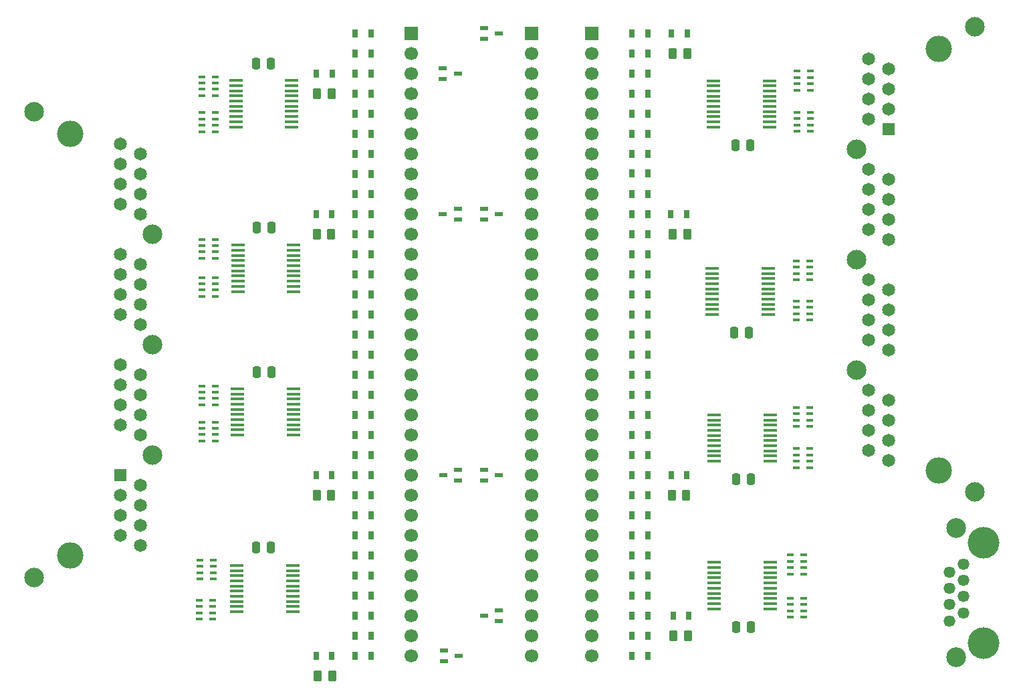
<source format=gts>
%TF.GenerationSoftware,KiCad,Pcbnew,9.0.2*%
%TF.CreationDate,2025-08-22T10:20:50+02:00*%
%TF.ProjectId,HCP65 64 Pin Tester,48435036-3520-4363-9420-50696e205465,V1*%
%TF.SameCoordinates,Original*%
%TF.FileFunction,Soldermask,Top*%
%TF.FilePolarity,Negative*%
%FSLAX46Y46*%
G04 Gerber Fmt 4.6, Leading zero omitted, Abs format (unit mm)*
G04 Created by KiCad (PCBNEW 9.0.2) date 2025-08-22 10:20:50*
%MOMM*%
%LPD*%
G01*
G04 APERTURE LIST*
G04 Aperture macros list*
%AMRoundRect*
0 Rectangle with rounded corners*
0 $1 Rounding radius*
0 $2 $3 $4 $5 $6 $7 $8 $9 X,Y pos of 4 corners*
0 Add a 4 corners polygon primitive as box body*
4,1,4,$2,$3,$4,$5,$6,$7,$8,$9,$2,$3,0*
0 Add four circle primitives for the rounded corners*
1,1,$1+$1,$2,$3*
1,1,$1+$1,$4,$5*
1,1,$1+$1,$6,$7*
1,1,$1+$1,$8,$9*
0 Add four rect primitives between the rounded corners*
20,1,$1+$1,$2,$3,$4,$5,0*
20,1,$1+$1,$4,$5,$6,$7,0*
20,1,$1+$1,$6,$7,$8,$9,0*
20,1,$1+$1,$8,$9,$2,$3,0*%
G04 Aperture macros list end*
%ADD10R,0.800000X1.000000*%
%ADD11R,0.900000X0.450000*%
%ADD12C,4.000000*%
%ADD13C,1.470000*%
%ADD14C,2.500000*%
%ADD15RoundRect,0.250000X-0.262500X-0.450000X0.262500X-0.450000X0.262500X0.450000X-0.262500X0.450000X0*%
%ADD16R,1.800000X0.450000*%
%ADD17RoundRect,0.250000X-0.250000X-0.475000X0.250000X-0.475000X0.250000X0.475000X-0.250000X0.475000X0*%
%ADD18R,1.000000X0.550000*%
%ADD19RoundRect,0.250000X0.250000X0.475000X-0.250000X0.475000X-0.250000X-0.475000X0.250000X-0.475000X0*%
%ADD20C,3.330000*%
%ADD21R,1.650000X1.650000*%
%ADD22C,1.650000*%
%ADD23C,2.475000*%
%ADD24R,1.700000X1.700000*%
%ADD25C,1.700000*%
G04 APERTURE END LIST*
D10*
%TO.C,LED56*%
X67310000Y-24130000D03*
X65309999Y-24130000D03*
%TD*%
%TO.C,LED36*%
X30258000Y-57150000D03*
X32258001Y-57150000D03*
%TD*%
%TO.C,LED4*%
X72244500Y-41910000D03*
X70244499Y-41910000D03*
%TD*%
D11*
%TO.C,RN15*%
X85354000Y-52015000D03*
X85354000Y-52815000D03*
X85354000Y-53615000D03*
X85354000Y-54415000D03*
X87054000Y-54415000D03*
X87054000Y-53615000D03*
X87054000Y-52815000D03*
X87054000Y-52015000D03*
%TD*%
D10*
%TO.C,LED39*%
X30258000Y-64770000D03*
X32258001Y-64770000D03*
%TD*%
D12*
%TO.C,J2*%
X109776300Y-63119000D03*
X109776300Y-50419000D03*
D13*
X107236300Y-53189000D03*
X105456300Y-54209000D03*
X107236300Y-55229000D03*
X105456300Y-56249000D03*
X107236300Y-57269000D03*
X105456300Y-58289000D03*
X107236300Y-59309000D03*
X105456300Y-60329000D03*
D14*
X106346300Y-48639000D03*
X106346300Y-64899000D03*
%TD*%
D10*
%TO.C,LED25*%
X30242000Y-41910000D03*
X32242001Y-41910000D03*
%TD*%
%TO.C,LED29*%
X30242000Y-31750000D03*
X32242001Y-31750000D03*
%TD*%
%TO.C,LED19*%
X30242000Y-16510000D03*
X32242001Y-16510000D03*
%TD*%
D15*
%TO.C,R1*%
X25406000Y6360000D03*
X27231000Y6360000D03*
%TD*%
D10*
%TO.C,LED58*%
X67310000Y-29210000D03*
X65309999Y-29210000D03*
%TD*%
%TO.C,LED12*%
X30242000Y6350000D03*
X32242001Y6350000D03*
%TD*%
D15*
%TO.C,R11*%
X70559000Y-62220000D03*
X72384000Y-62220000D03*
%TD*%
D10*
%TO.C,LED71*%
X67310000Y-62230000D03*
X65309999Y-62230000D03*
%TD*%
%TO.C,LED14*%
X30242000Y11430000D03*
X32242001Y11430000D03*
%TD*%
%TO.C,LED5*%
X25275500Y-64770000D03*
X27275501Y-64770000D03*
%TD*%
%TO.C,LED46*%
X67310000Y-1270000D03*
X65309999Y-1270000D03*
%TD*%
%TO.C,LED20*%
X30242000Y-13970000D03*
X32242001Y-13970000D03*
%TD*%
D11*
%TO.C,RN16*%
X85354000Y-57476000D03*
X85354000Y-58276000D03*
X85354000Y-59076000D03*
X85354000Y-59876000D03*
X87054000Y-59876000D03*
X87054000Y-59076000D03*
X87054000Y-58276000D03*
X87054000Y-57476000D03*
%TD*%
D10*
%TO.C,LED1*%
X25305000Y8890000D03*
X27305001Y8890000D03*
%TD*%
%TO.C,LED68*%
X67310000Y-54610000D03*
X65309999Y-54610000D03*
%TD*%
D16*
%TO.C,IC4*%
X15240000Y-53332000D03*
X15240000Y-53982000D03*
X15239999Y-54632000D03*
X15240000Y-55282000D03*
X15240000Y-55932000D03*
X15240000Y-56582000D03*
X15240000Y-57232000D03*
X15239999Y-57882000D03*
X15240000Y-58532000D03*
X15240000Y-59182000D03*
X22340000Y-59182000D03*
X22340000Y-58532000D03*
X22340001Y-57882000D03*
X22340000Y-57232000D03*
X22340000Y-56582000D03*
X22340000Y-55932000D03*
X22340000Y-55282000D03*
X22340001Y-54632000D03*
X22340000Y-53982000D03*
X22340000Y-53332000D03*
%TD*%
D10*
%TO.C,LED30*%
X30242000Y-29210000D03*
X32242001Y-29210000D03*
%TD*%
D16*
%TO.C,IC6*%
X82544000Y-21598000D03*
X82544000Y-20948000D03*
X82544000Y-20298000D03*
X82544000Y-19648000D03*
X82544000Y-18998000D03*
X82544000Y-18348000D03*
X82544000Y-17698000D03*
X82544000Y-17048000D03*
X82544000Y-16398000D03*
X82544000Y-15748000D03*
X75444000Y-15748000D03*
X75444000Y-16398000D03*
X75444000Y-17048000D03*
X75444000Y-17698000D03*
X75444000Y-18348000D03*
X75444000Y-18998000D03*
X75444000Y-19648000D03*
X75444000Y-20298000D03*
X75444000Y-20948000D03*
X75444000Y-21598000D03*
%TD*%
D10*
%TO.C,LED55*%
X67310000Y-21590000D03*
X65309999Y-21590000D03*
%TD*%
D11*
%TO.C,RN1*%
X12569000Y1542000D03*
X12569000Y2342000D03*
X12569000Y3142000D03*
X12569000Y3942000D03*
X10869000Y3942000D03*
X10869000Y3142000D03*
X10869000Y2342000D03*
X10869000Y1542000D03*
%TD*%
D10*
%TO.C,LED67*%
X67310000Y-52070000D03*
X65309999Y-52070000D03*
%TD*%
D17*
%TO.C,C8*%
X78486000Y-61087000D03*
X80386000Y-61087000D03*
%TD*%
D10*
%TO.C,LED57*%
X67310000Y-26670000D03*
X65309999Y-26670000D03*
%TD*%
%TO.C,LED27*%
X30242000Y-36830000D03*
X32242001Y-36830000D03*
%TD*%
%TO.C,LED69*%
X67310000Y-57150000D03*
X65309999Y-57150000D03*
%TD*%
%TO.C,LED72*%
X67310000Y-64770000D03*
X65309999Y-64770000D03*
%TD*%
D18*
%TO.C,D5*%
X41468000Y-64120000D03*
X41468000Y-65420000D03*
X43367999Y-64770000D03*
%TD*%
D10*
%TO.C,LED22*%
X30242000Y-8890000D03*
X32242001Y-8890000D03*
%TD*%
%TO.C,LED65*%
X67310000Y-46990000D03*
X65309999Y-46990000D03*
%TD*%
%TO.C,LED63*%
X67310000Y-41910000D03*
X65309999Y-41910000D03*
%TD*%
%TO.C,LED9*%
X30242000Y-1270000D03*
X32242001Y-1270000D03*
%TD*%
D15*
%TO.C,R7*%
X25376500Y-44440000D03*
X27201500Y-44440000D03*
%TD*%
D10*
%TO.C,LED8*%
X25275500Y-41910000D03*
X27275501Y-41910000D03*
%TD*%
%TO.C,LED34*%
X30258000Y-52070000D03*
X32258001Y-52070000D03*
%TD*%
D11*
%TO.C,RN3*%
X12182000Y-60128000D03*
X12182000Y-59328000D03*
X12182000Y-58528000D03*
X12182000Y-57728000D03*
X10482000Y-57728000D03*
X10482000Y-58528000D03*
X10482000Y-59328000D03*
X10482000Y-60128000D03*
%TD*%
%TO.C,RN12*%
X86116000Y-19882000D03*
X86116000Y-20682000D03*
X86116000Y-21482000D03*
X86116000Y-22282000D03*
X87816000Y-22282000D03*
X87816000Y-21482000D03*
X87816000Y-20682000D03*
X87816000Y-19882000D03*
%TD*%
D10*
%TO.C,LED26*%
X30242000Y-39370000D03*
X32242001Y-39370000D03*
%TD*%
D16*
%TO.C,IC8*%
X82798000Y-58805000D03*
X82798000Y-58155000D03*
X82798000Y-57505000D03*
X82798000Y-56855000D03*
X82798000Y-56205000D03*
X82798000Y-55555000D03*
X82798000Y-54905000D03*
X82798000Y-54255000D03*
X82798000Y-53605000D03*
X82798000Y-52955000D03*
X75698000Y-52955000D03*
X75698000Y-53605000D03*
X75698000Y-54255000D03*
X75698000Y-54905000D03*
X75698000Y-55555000D03*
X75698000Y-56205000D03*
X75698000Y-56855000D03*
X75698000Y-57505000D03*
X75698000Y-58155000D03*
X75698000Y-58805000D03*
%TD*%
D10*
%TO.C,LED13*%
X30242000Y8890000D03*
X32242001Y8890000D03*
%TD*%
%TO.C,LED61*%
X67310000Y-36830000D03*
X65309999Y-36830000D03*
%TD*%
%TO.C,LED21*%
X30242000Y-11430000D03*
X32242001Y-11430000D03*
%TD*%
%TO.C,LED15*%
X30242000Y13970000D03*
X32242001Y13970000D03*
%TD*%
%TO.C,LED43*%
X67310000Y6350000D03*
X65309999Y6350000D03*
%TD*%
D19*
%TO.C,C4*%
X19680000Y-28829000D03*
X17780000Y-28829000D03*
%TD*%
D10*
%TO.C,LED16*%
X30242000Y-24130000D03*
X32242001Y-24130000D03*
%TD*%
D16*
%TO.C,IC7*%
X82804000Y-40140000D03*
X82804000Y-39490000D03*
X82804000Y-38840000D03*
X82804000Y-38190000D03*
X82804000Y-37540000D03*
X82804000Y-36890000D03*
X82804000Y-36240000D03*
X82804000Y-35590000D03*
X82804000Y-34940000D03*
X82804000Y-34290000D03*
X75704000Y-34290000D03*
X75704000Y-34940000D03*
X75704000Y-35590000D03*
X75704000Y-36240000D03*
X75704000Y-36890000D03*
X75704000Y-37540000D03*
X75704000Y-38190000D03*
X75704000Y-38840000D03*
X75704000Y-39490000D03*
X75704000Y-40140000D03*
%TD*%
D10*
%TO.C,LED3*%
X72207500Y-8890000D03*
X70207499Y-8890000D03*
%TD*%
D19*
%TO.C,C2*%
X19553000Y-51054000D03*
X17653000Y-51054000D03*
%TD*%
D18*
%TO.C,D1*%
X41341000Y9540000D03*
X41341000Y8240000D03*
X43240999Y8890000D03*
%TD*%
D11*
%TO.C,RN6*%
X12563000Y-14465000D03*
X12563000Y-13665000D03*
X12563000Y-12865000D03*
X12563000Y-12065000D03*
X10863000Y-12065000D03*
X10863000Y-12865000D03*
X10863000Y-13665000D03*
X10863000Y-14465000D03*
%TD*%
%TO.C,RN14*%
X86116000Y-38551000D03*
X86116000Y-39351000D03*
X86116000Y-40151000D03*
X86116000Y-40951000D03*
X87816000Y-40951000D03*
X87816000Y-40151000D03*
X87816000Y-39351000D03*
X87816000Y-38551000D03*
%TD*%
D16*
%TO.C,IC1*%
X15113000Y8009000D03*
X15113000Y7359000D03*
X15112999Y6709000D03*
X15113000Y6059000D03*
X15113000Y5409000D03*
X15113000Y4759000D03*
X15113000Y4109000D03*
X15112999Y3459000D03*
X15113000Y2809000D03*
X15113000Y2159000D03*
X22213000Y2159000D03*
X22213000Y2809000D03*
X22213001Y3459000D03*
X22213000Y4109000D03*
X22213000Y4759000D03*
X22213000Y5409000D03*
X22213000Y6059000D03*
X22213001Y6709000D03*
X22213000Y7359000D03*
X22213000Y8009000D03*
%TD*%
D19*
%TO.C,C5*%
X19680000Y-10598000D03*
X17780000Y-10598000D03*
%TD*%
D16*
%TO.C,IC3*%
X15305000Y-30980000D03*
X15305000Y-31630000D03*
X15304999Y-32280000D03*
X15305000Y-32930000D03*
X15305000Y-33580000D03*
X15305000Y-34230000D03*
X15305000Y-34880000D03*
X15304999Y-35530000D03*
X15305000Y-36180000D03*
X15305000Y-36830000D03*
X22405000Y-36830000D03*
X22405000Y-36180000D03*
X22405001Y-35530000D03*
X22405000Y-34880000D03*
X22405000Y-34230000D03*
X22405000Y-33580000D03*
X22405000Y-32930000D03*
X22405001Y-32280000D03*
X22405000Y-31630000D03*
X22405000Y-30980000D03*
%TD*%
D10*
%TO.C,LED6*%
X72260500Y13970000D03*
X70260499Y13970000D03*
%TD*%
D11*
%TO.C,RN9*%
X12495000Y-33007000D03*
X12495000Y-32207000D03*
X12495000Y-31407000D03*
X12495000Y-30607000D03*
X10795000Y-30607000D03*
X10795000Y-31407000D03*
X10795000Y-32207000D03*
X10795000Y-33007000D03*
%TD*%
D10*
%TO.C,LED17*%
X30242000Y-21590000D03*
X32242001Y-21590000D03*
%TD*%
%TO.C,LED18*%
X30242000Y-19050000D03*
X32242001Y-19050000D03*
%TD*%
D17*
%TO.C,C7*%
X78441000Y-42418000D03*
X80341000Y-42418000D03*
%TD*%
D19*
%TO.C,C1*%
X19553000Y10160000D03*
X17653000Y10160000D03*
%TD*%
D20*
%TO.C,J1*%
X-5842000Y1270000D03*
X-5842000Y-52070000D03*
D21*
X508000Y-41910000D03*
D22*
X3048000Y-43180000D03*
X508000Y-44450000D03*
X3048000Y-45720000D03*
X508000Y-46990000D03*
X3048000Y-48260000D03*
X508000Y-49530000D03*
X3048000Y-50800000D03*
X508000Y-27940000D03*
X3048000Y-29210000D03*
X508000Y-30480000D03*
X3048000Y-31750000D03*
X508000Y-33020000D03*
X3048000Y-34290000D03*
X508000Y-35560000D03*
X3048000Y-36830000D03*
X508000Y-13970000D03*
X3048000Y-15240000D03*
X508000Y-16510000D03*
X3048000Y-17780000D03*
X508000Y-19050000D03*
X3048000Y-20320000D03*
X508000Y-21590000D03*
X3048000Y-22860000D03*
X508000Y0D03*
X3048000Y-1270000D03*
X508000Y-2540000D03*
X3048000Y-3810000D03*
X508000Y-5080000D03*
X3048000Y-6350000D03*
X508000Y-7620000D03*
X3048000Y-8890000D03*
D23*
X-10412000Y4060000D03*
X4568000Y-11430000D03*
X4568000Y-25400000D03*
X4568000Y-39370000D03*
X-10412000Y-54860000D03*
%TD*%
D10*
%TO.C,LED37*%
X30258000Y-59690000D03*
X32258001Y-59690000D03*
%TD*%
%TO.C,LED62*%
X67310000Y-39370000D03*
X65309999Y-39370000D03*
%TD*%
%TO.C,LED31*%
X30242000Y-26670000D03*
X32242001Y-26670000D03*
%TD*%
D11*
%TO.C,RN2*%
X12569000Y6109000D03*
X12569000Y6909000D03*
X12569000Y7709000D03*
X12569000Y8509000D03*
X10869000Y8509000D03*
X10869000Y7709000D03*
X10869000Y6909000D03*
X10869000Y6109000D03*
%TD*%
D10*
%TO.C,LED42*%
X67310000Y8890000D03*
X65309999Y8890000D03*
%TD*%
%TO.C,LED60*%
X67310000Y-34290000D03*
X65309999Y-34290000D03*
%TD*%
D18*
%TO.C,D8*%
X43302000Y-42560000D03*
X43302000Y-41260000D03*
X41402001Y-41910000D03*
%TD*%
D10*
%TO.C,LED44*%
X67294000Y3810000D03*
X65293999Y3810000D03*
%TD*%
D15*
%TO.C,R4*%
X25503500Y-67300000D03*
X27328500Y-67300000D03*
%TD*%
D17*
%TO.C,C3*%
X78359000Y-127000D03*
X80259000Y-127000D03*
%TD*%
D24*
%TO.C,J8*%
X37338000Y13970000D03*
D25*
X37338000Y11430000D03*
X37338000Y8890000D03*
X37338000Y6350000D03*
X37338000Y3810000D03*
X37338000Y1270000D03*
X37338000Y-1270000D03*
X37338000Y-3810000D03*
X37338000Y-6350000D03*
X37338000Y-8890000D03*
X37338000Y-11430000D03*
X37338000Y-13970000D03*
X37338000Y-16510000D03*
X37338000Y-19050000D03*
X37338000Y-21590000D03*
X37338000Y-24130000D03*
X37338000Y-26670000D03*
X37338000Y-29210000D03*
X37338000Y-31750000D03*
X37338000Y-34290000D03*
X37338000Y-36830000D03*
X37338000Y-39370000D03*
X37338000Y-41910000D03*
X37338000Y-44450000D03*
X37338000Y-46990000D03*
X37338000Y-49530000D03*
X37338000Y-52070000D03*
X37338000Y-54610000D03*
X37338000Y-57150000D03*
X37338000Y-59690000D03*
X37338000Y-62230000D03*
X37338000Y-64770000D03*
%TD*%
D18*
%TO.C,D7*%
X43241000Y-9540000D03*
X43241000Y-8240000D03*
X41341001Y-8890000D03*
%TD*%
D10*
%TO.C,LED7*%
X25275500Y-8890000D03*
X27275501Y-8890000D03*
%TD*%
%TO.C,LED23*%
X30242000Y-6350000D03*
X32242001Y-6350000D03*
%TD*%
%TO.C,LED53*%
X67310000Y-16510000D03*
X65309999Y-16510000D03*
%TD*%
%TO.C,LED24*%
X30242000Y-44450000D03*
X32242001Y-44450000D03*
%TD*%
%TO.C,LED52*%
X67310000Y-13970000D03*
X65309999Y-13970000D03*
%TD*%
D18*
%TO.C,D6*%
X46548000Y14620000D03*
X46548000Y13320000D03*
X48447999Y13970000D03*
%TD*%
D10*
%TO.C,LED35*%
X30258000Y-54610000D03*
X32258001Y-54610000D03*
%TD*%
%TO.C,LED10*%
X30242000Y1270000D03*
X32242001Y1270000D03*
%TD*%
D11*
%TO.C,RN4*%
X12309000Y-55048000D03*
X12309000Y-54248000D03*
X12309000Y-53448000D03*
X12309000Y-52648000D03*
X10609000Y-52648000D03*
X10609000Y-53448000D03*
X10609000Y-54248000D03*
X10609000Y-55048000D03*
%TD*%
D24*
%TO.C,J3*%
X52578000Y13970000D03*
D25*
X52578000Y11430000D03*
X52578000Y8890000D03*
X52578000Y6350000D03*
X52578000Y3810000D03*
X52578000Y1270000D03*
X52578000Y-1270000D03*
X52578000Y-3810000D03*
X52578000Y-6350000D03*
X52578000Y-8890000D03*
X52578000Y-11430000D03*
X52578000Y-13970000D03*
X52578000Y-16510000D03*
X52578000Y-19050000D03*
X52578000Y-21590000D03*
X52578000Y-24130000D03*
X52578000Y-26670000D03*
X52578000Y-29210000D03*
X52578000Y-31750000D03*
X52578000Y-34290000D03*
X52578000Y-36830000D03*
X52578000Y-39370000D03*
X52578000Y-41910000D03*
X52578000Y-44450000D03*
X52578000Y-46990000D03*
X52578000Y-49530000D03*
X52578000Y-52070000D03*
X52578000Y-54610000D03*
X52578000Y-57150000D03*
X52578000Y-59690000D03*
X52578000Y-62230000D03*
X52578000Y-64770000D03*
%TD*%
D10*
%TO.C,LED59*%
X67310000Y-31750000D03*
X65309999Y-31750000D03*
%TD*%
%TO.C,LED47*%
X67310000Y-3683000D03*
X65309999Y-3683000D03*
%TD*%
D11*
%TO.C,RN10*%
X12495000Y-37579000D03*
X12495000Y-36779000D03*
X12495000Y-35979000D03*
X12495000Y-35179000D03*
X10795000Y-35179000D03*
X10795000Y-35979000D03*
X10795000Y-36779000D03*
X10795000Y-37579000D03*
%TD*%
D10*
%TO.C,LED50*%
X67310000Y-8890000D03*
X65309999Y-8890000D03*
%TD*%
%TO.C,LED33*%
X30258000Y-49530000D03*
X32258001Y-49530000D03*
%TD*%
D11*
%TO.C,RN5*%
X12563000Y-19291000D03*
X12563000Y-18491000D03*
X12563000Y-17691000D03*
X12563000Y-16891000D03*
X10863000Y-16891000D03*
X10863000Y-17691000D03*
X10863000Y-18491000D03*
X10863000Y-19291000D03*
%TD*%
D10*
%TO.C,LED32*%
X30258000Y-46990000D03*
X32258001Y-46990000D03*
%TD*%
%TO.C,LED64*%
X67310000Y-44450000D03*
X65309999Y-44450000D03*
%TD*%
%TO.C,LED51*%
X67310000Y-11430000D03*
X65309999Y-11430000D03*
%TD*%
D18*
%TO.C,D4*%
X46548000Y-41260000D03*
X46548000Y-42560000D03*
X48447999Y-41910000D03*
%TD*%
D17*
%TO.C,C6*%
X78232000Y-23876000D03*
X80132000Y-23876000D03*
%TD*%
D20*
%TO.C,J4*%
X104140000Y-41275000D03*
X104140000Y12065000D03*
D21*
X97790000Y1905000D03*
D22*
X95250000Y3175000D03*
X97790000Y4445000D03*
X95250000Y5715000D03*
X97790000Y6985000D03*
X95250000Y8255000D03*
X97790000Y9525000D03*
X95250000Y10795000D03*
X97790000Y-12065000D03*
X95250000Y-10795000D03*
X97790000Y-9525000D03*
X95250000Y-8255000D03*
X97790000Y-6985000D03*
X95250000Y-5715000D03*
X97790000Y-4445000D03*
X95250000Y-3175000D03*
X97790000Y-26035000D03*
X95250000Y-24765000D03*
X97790000Y-23495000D03*
X95250000Y-22225000D03*
X97790000Y-20955000D03*
X95250000Y-19685000D03*
X97790000Y-18415000D03*
X95250000Y-17145000D03*
X97790000Y-40005000D03*
X95250000Y-38735000D03*
X97790000Y-37465000D03*
X95250000Y-36195000D03*
X97790000Y-34925000D03*
X95250000Y-33655000D03*
X97790000Y-32385000D03*
X95250000Y-31115000D03*
D23*
X108710000Y-44065000D03*
X93730000Y-28575000D03*
X93730000Y-14605000D03*
X93730000Y-635000D03*
X108710000Y14855000D03*
%TD*%
D10*
%TO.C,LED66*%
X67310000Y-49530000D03*
X65309999Y-49530000D03*
%TD*%
D18*
%TO.C,D3*%
X46548000Y-8240000D03*
X46548000Y-9540000D03*
X48447999Y-8890000D03*
%TD*%
D10*
%TO.C,LED54*%
X67310000Y-19050000D03*
X65309999Y-19050000D03*
%TD*%
D24*
%TO.C,J9*%
X60198000Y13970000D03*
D25*
X60198000Y11430000D03*
X60198000Y8890000D03*
X60198000Y6350000D03*
X60198000Y3810000D03*
X60198000Y1270000D03*
X60198000Y-1270000D03*
X60198000Y-3810000D03*
X60198000Y-6350000D03*
X60198000Y-8890000D03*
X60198000Y-11430000D03*
X60198000Y-13970000D03*
X60198000Y-16510000D03*
X60198000Y-19050000D03*
X60198000Y-21590000D03*
X60198000Y-24130000D03*
X60198000Y-26670000D03*
X60198000Y-29210000D03*
X60198000Y-31750000D03*
X60198000Y-34290000D03*
X60198000Y-36830000D03*
X60198000Y-39370000D03*
X60198000Y-41910000D03*
X60198000Y-44450000D03*
X60198000Y-46990000D03*
X60198000Y-49530000D03*
X60198000Y-52070000D03*
X60198000Y-54610000D03*
X60198000Y-57150000D03*
X60198000Y-59690000D03*
X60198000Y-62230000D03*
X60198000Y-64770000D03*
%TD*%
D10*
%TO.C,LED28*%
X30242000Y-34290000D03*
X32242001Y-34290000D03*
%TD*%
D11*
%TO.C,RN7*%
X86161000Y9201000D03*
X86161000Y8401000D03*
X86161000Y7601000D03*
X86161000Y6801000D03*
X87861000Y6801000D03*
X87861000Y7601000D03*
X87861000Y8401000D03*
X87861000Y9201000D03*
%TD*%
D10*
%TO.C,LED11*%
X30242000Y3810000D03*
X32242001Y3810000D03*
%TD*%
%TO.C,LED70*%
X67310000Y-59690000D03*
X65309999Y-59690000D03*
%TD*%
%TO.C,LED45*%
X67310000Y1270000D03*
X65309999Y1270000D03*
%TD*%
%TO.C,LED2*%
X72485000Y-59690000D03*
X70484999Y-59690000D03*
%TD*%
D16*
%TO.C,IC5*%
X82677000Y2151000D03*
X82677000Y2801000D03*
X82677001Y3451000D03*
X82677000Y4101000D03*
X82677000Y4751000D03*
X82677000Y5401000D03*
X82677000Y6051000D03*
X82677001Y6701000D03*
X82677000Y7351000D03*
X82677000Y8001000D03*
X75577000Y8001000D03*
X75577000Y7351000D03*
X75576999Y6701000D03*
X75577000Y6051000D03*
X75577000Y5401000D03*
X75577000Y4751000D03*
X75577000Y4101000D03*
X75576999Y3451000D03*
X75577000Y2801000D03*
X75577000Y2151000D03*
%TD*%
D15*
%TO.C,R3*%
X70318500Y-44440000D03*
X72143500Y-44440000D03*
%TD*%
D16*
%TO.C,IC2*%
X15373000Y-12819000D03*
X15373000Y-13469000D03*
X15372999Y-14119000D03*
X15373000Y-14769000D03*
X15373000Y-15419000D03*
X15373000Y-16069000D03*
X15373000Y-16719000D03*
X15372999Y-17369000D03*
X15373000Y-18019000D03*
X15373000Y-18669000D03*
X22473000Y-18669000D03*
X22473000Y-18019000D03*
X22473001Y-17369000D03*
X22473000Y-16719000D03*
X22473000Y-16069000D03*
X22473000Y-15419000D03*
X22473000Y-14769000D03*
X22473001Y-14119000D03*
X22473000Y-13469000D03*
X22473000Y-12819000D03*
%TD*%
D11*
%TO.C,RN11*%
X86116000Y-14802000D03*
X86116000Y-15602000D03*
X86116000Y-16402000D03*
X86116000Y-17202000D03*
X87816000Y-17202000D03*
X87816000Y-16402000D03*
X87816000Y-15602000D03*
X87816000Y-14802000D03*
%TD*%
D10*
%TO.C,LED38*%
X30258000Y-62230000D03*
X32258001Y-62230000D03*
%TD*%
D15*
%TO.C,R5*%
X70461500Y11440000D03*
X72286500Y11440000D03*
%TD*%
D10*
%TO.C,LED49*%
X67310000Y-6350000D03*
X65309999Y-6350000D03*
%TD*%
D11*
%TO.C,RN13*%
X86116000Y-33344000D03*
X86116000Y-34144000D03*
X86116000Y-34944000D03*
X86116000Y-35744000D03*
X87816000Y-35744000D03*
X87816000Y-34944000D03*
X87816000Y-34144000D03*
X87816000Y-33344000D03*
%TD*%
D10*
%TO.C,LED40*%
X67310000Y13970000D03*
X65309999Y13970000D03*
%TD*%
D11*
%TO.C,RN8*%
X86161000Y3994000D03*
X86161000Y3194000D03*
X86161000Y2394000D03*
X86161000Y1594000D03*
X87861000Y1594000D03*
X87861000Y2394000D03*
X87861000Y3194000D03*
X87861000Y3994000D03*
%TD*%
D15*
%TO.C,R2*%
X70438000Y-11420000D03*
X72263000Y-11420000D03*
%TD*%
D10*
%TO.C,LED41*%
X67310000Y11430000D03*
X65309999Y11430000D03*
%TD*%
D15*
%TO.C,R6*%
X25376500Y-11420000D03*
X27201500Y-11420000D03*
%TD*%
D10*
%TO.C,LED48*%
X30242000Y-3810000D03*
X32242001Y-3810000D03*
%TD*%
D18*
%TO.C,D2*%
X48448000Y-60340000D03*
X48448000Y-59040000D03*
X46548001Y-59690000D03*
%TD*%
M02*

</source>
